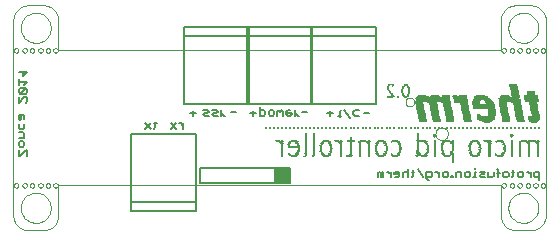
<source format=gbo>
G75*
%MOIN*%
%OFA0B0*%
%FSLAX24Y24*%
%IPPOS*%
%LPD*%
%AMOC8*
5,1,8,0,0,1.08239X$1,22.5*
%
%ADD10C,0.0000*%
%ADD11C,0.0050*%
%ADD12R,0.0080X0.0020*%
%ADD13R,0.0120X0.0020*%
%ADD14R,0.0060X0.0020*%
%ADD15R,0.0140X0.0020*%
%ADD16R,0.0100X0.0020*%
%ADD17R,0.0220X0.0020*%
%ADD18R,0.0200X0.0020*%
%ADD19R,0.0180X0.0020*%
%ADD20R,0.0260X0.0020*%
%ADD21R,0.0240X0.0020*%
%ADD22R,0.0160X0.0020*%
%ADD23R,0.0020X0.0020*%
%ADD24R,0.0040X0.0020*%
%ADD25R,0.0420X0.0020*%
%ADD26R,0.0660X0.0020*%
%ADD27R,0.0360X0.0020*%
%ADD28R,0.0340X0.0020*%
%ADD29R,0.0380X0.0020*%
%ADD30R,0.0280X0.0020*%
%ADD31R,0.0320X0.0020*%
%ADD32R,0.0300X0.0020*%
%ADD33R,0.0400X0.0020*%
%ADD34R,0.0480X0.0020*%
%ADD35R,0.0520X0.0020*%
%ADD36R,0.0580X0.0020*%
%ADD37R,0.0620X0.0020*%
%ADD38R,0.0600X0.0020*%
%ADD39R,0.0760X0.0020*%
%ADD40R,0.0740X0.0020*%
%ADD41R,0.0460X0.0020*%
%ADD42R,0.0440X0.0020*%
%ADD43R,0.0720X0.0020*%
%ADD44R,0.1160X0.0020*%
%ADD45R,0.0700X0.0020*%
%ADD46R,0.0560X0.0020*%
%ADD47R,0.1140X0.0020*%
%ADD48R,0.0680X0.0020*%
%ADD49R,0.1120X0.0020*%
D10*
X004943Y002893D02*
X005443Y002893D01*
X005487Y002895D01*
X005530Y002901D01*
X005572Y002910D01*
X005614Y002923D01*
X005654Y002940D01*
X005693Y002960D01*
X005730Y002983D01*
X005764Y003010D01*
X005797Y003039D01*
X005826Y003072D01*
X005853Y003106D01*
X005876Y003143D01*
X005896Y003182D01*
X005913Y003222D01*
X005926Y003264D01*
X005935Y003306D01*
X005941Y003349D01*
X005943Y003393D01*
X005943Y004393D01*
X020693Y004393D01*
X020693Y003393D01*
X020695Y003349D01*
X020701Y003306D01*
X020710Y003264D01*
X020723Y003222D01*
X020740Y003182D01*
X020760Y003143D01*
X020783Y003106D01*
X020810Y003072D01*
X020839Y003039D01*
X020872Y003010D01*
X020906Y002983D01*
X020943Y002960D01*
X020982Y002940D01*
X021022Y002923D01*
X021064Y002910D01*
X021106Y002901D01*
X021149Y002895D01*
X021193Y002893D01*
X021693Y002893D01*
X021737Y002895D01*
X021780Y002901D01*
X021822Y002910D01*
X021864Y002923D01*
X021904Y002940D01*
X021943Y002960D01*
X021980Y002983D01*
X022014Y003010D01*
X022047Y003039D01*
X022076Y003072D01*
X022103Y003106D01*
X022126Y003143D01*
X022146Y003182D01*
X022163Y003222D01*
X022176Y003264D01*
X022185Y003306D01*
X022191Y003349D01*
X022193Y003393D01*
X022193Y009893D01*
X022191Y009937D01*
X022185Y009980D01*
X022176Y010022D01*
X022163Y010064D01*
X022146Y010104D01*
X022126Y010143D01*
X022103Y010180D01*
X022076Y010214D01*
X022047Y010247D01*
X022014Y010276D01*
X021980Y010303D01*
X021943Y010326D01*
X021904Y010346D01*
X021864Y010363D01*
X021822Y010376D01*
X021780Y010385D01*
X021737Y010391D01*
X021693Y010393D01*
X021193Y010393D01*
X021149Y010391D01*
X021106Y010385D01*
X021064Y010376D01*
X021022Y010363D01*
X020982Y010346D01*
X020943Y010326D01*
X020906Y010303D01*
X020872Y010276D01*
X020839Y010247D01*
X020810Y010214D01*
X020783Y010180D01*
X020760Y010143D01*
X020740Y010104D01*
X020723Y010064D01*
X020710Y010022D01*
X020701Y009980D01*
X020695Y009937D01*
X020693Y009893D01*
X020693Y008893D01*
X005943Y008893D01*
X005943Y009893D01*
X005941Y009937D01*
X005935Y009980D01*
X005926Y010022D01*
X005913Y010064D01*
X005896Y010104D01*
X005876Y010143D01*
X005853Y010180D01*
X005826Y010214D01*
X005797Y010247D01*
X005764Y010276D01*
X005730Y010303D01*
X005693Y010326D01*
X005654Y010346D01*
X005614Y010363D01*
X005572Y010376D01*
X005530Y010385D01*
X005487Y010391D01*
X005443Y010393D01*
X004943Y010393D01*
X004899Y010391D01*
X004856Y010385D01*
X004814Y010376D01*
X004772Y010363D01*
X004732Y010346D01*
X004693Y010326D01*
X004656Y010303D01*
X004622Y010276D01*
X004589Y010247D01*
X004560Y010214D01*
X004533Y010180D01*
X004510Y010143D01*
X004490Y010104D01*
X004473Y010064D01*
X004460Y010022D01*
X004451Y009980D01*
X004445Y009937D01*
X004443Y009893D01*
X004443Y003393D01*
X004445Y003349D01*
X004451Y003306D01*
X004460Y003264D01*
X004473Y003222D01*
X004490Y003182D01*
X004510Y003143D01*
X004533Y003106D01*
X004560Y003072D01*
X004589Y003039D01*
X004622Y003010D01*
X004656Y002983D01*
X004693Y002960D01*
X004732Y002940D01*
X004772Y002923D01*
X004814Y002910D01*
X004856Y002901D01*
X004899Y002895D01*
X004943Y002893D01*
X004693Y003643D02*
X004695Y003687D01*
X004701Y003731D01*
X004711Y003774D01*
X004724Y003816D01*
X004741Y003857D01*
X004762Y003896D01*
X004786Y003933D01*
X004813Y003968D01*
X004843Y004000D01*
X004876Y004030D01*
X004912Y004056D01*
X004949Y004080D01*
X004989Y004099D01*
X005030Y004116D01*
X005073Y004128D01*
X005116Y004137D01*
X005160Y004142D01*
X005204Y004143D01*
X005248Y004140D01*
X005292Y004133D01*
X005335Y004122D01*
X005377Y004108D01*
X005417Y004090D01*
X005456Y004068D01*
X005492Y004044D01*
X005526Y004016D01*
X005558Y003985D01*
X005587Y003951D01*
X005613Y003915D01*
X005635Y003877D01*
X005654Y003837D01*
X005669Y003795D01*
X005681Y003753D01*
X005689Y003709D01*
X005693Y003665D01*
X005693Y003621D01*
X005689Y003577D01*
X005681Y003533D01*
X005669Y003491D01*
X005654Y003449D01*
X005635Y003409D01*
X005613Y003371D01*
X005587Y003335D01*
X005558Y003301D01*
X005526Y003270D01*
X005492Y003242D01*
X005456Y003218D01*
X005417Y003196D01*
X005377Y003178D01*
X005335Y003164D01*
X005292Y003153D01*
X005248Y003146D01*
X005204Y003143D01*
X005160Y003144D01*
X005116Y003149D01*
X005073Y003158D01*
X005030Y003170D01*
X004989Y003187D01*
X004949Y003206D01*
X004912Y003230D01*
X004876Y003256D01*
X004843Y003286D01*
X004813Y003318D01*
X004786Y003353D01*
X004762Y003390D01*
X004741Y003429D01*
X004724Y003470D01*
X004711Y003512D01*
X004701Y003555D01*
X004695Y003599D01*
X004693Y003643D01*
X004743Y004393D02*
X004745Y004410D01*
X004750Y004426D01*
X004759Y004440D01*
X004771Y004452D01*
X004785Y004461D01*
X004801Y004466D01*
X004818Y004468D01*
X004835Y004466D01*
X004851Y004461D01*
X004865Y004452D01*
X004877Y004440D01*
X004886Y004426D01*
X004891Y004410D01*
X004893Y004393D01*
X004891Y004376D01*
X004886Y004360D01*
X004877Y004346D01*
X004865Y004334D01*
X004851Y004325D01*
X004835Y004320D01*
X004818Y004318D01*
X004801Y004320D01*
X004785Y004325D01*
X004771Y004334D01*
X004759Y004346D01*
X004750Y004360D01*
X004745Y004376D01*
X004743Y004393D01*
X004462Y004393D02*
X004464Y004410D01*
X004469Y004426D01*
X004478Y004440D01*
X004490Y004452D01*
X004504Y004461D01*
X004520Y004466D01*
X004537Y004468D01*
X004554Y004466D01*
X004570Y004461D01*
X004584Y004452D01*
X004596Y004440D01*
X004605Y004426D01*
X004610Y004410D01*
X004612Y004393D01*
X004610Y004376D01*
X004605Y004360D01*
X004596Y004346D01*
X004584Y004334D01*
X004570Y004325D01*
X004554Y004320D01*
X004537Y004318D01*
X004520Y004320D01*
X004504Y004325D01*
X004490Y004334D01*
X004478Y004346D01*
X004469Y004360D01*
X004464Y004376D01*
X004462Y004393D01*
X004993Y004393D02*
X004995Y004410D01*
X005000Y004426D01*
X005009Y004440D01*
X005021Y004452D01*
X005035Y004461D01*
X005051Y004466D01*
X005068Y004468D01*
X005085Y004466D01*
X005101Y004461D01*
X005115Y004452D01*
X005127Y004440D01*
X005136Y004426D01*
X005141Y004410D01*
X005143Y004393D01*
X005141Y004376D01*
X005136Y004360D01*
X005127Y004346D01*
X005115Y004334D01*
X005101Y004325D01*
X005085Y004320D01*
X005068Y004318D01*
X005051Y004320D01*
X005035Y004325D01*
X005021Y004334D01*
X005009Y004346D01*
X005000Y004360D01*
X004995Y004376D01*
X004993Y004393D01*
X005274Y004393D02*
X005276Y004410D01*
X005281Y004426D01*
X005290Y004440D01*
X005302Y004452D01*
X005316Y004461D01*
X005332Y004466D01*
X005349Y004468D01*
X005366Y004466D01*
X005382Y004461D01*
X005396Y004452D01*
X005408Y004440D01*
X005417Y004426D01*
X005422Y004410D01*
X005424Y004393D01*
X005422Y004376D01*
X005417Y004360D01*
X005408Y004346D01*
X005396Y004334D01*
X005382Y004325D01*
X005366Y004320D01*
X005349Y004318D01*
X005332Y004320D01*
X005316Y004325D01*
X005302Y004334D01*
X005290Y004346D01*
X005281Y004360D01*
X005276Y004376D01*
X005274Y004393D01*
X005524Y004393D02*
X005526Y004410D01*
X005531Y004426D01*
X005540Y004440D01*
X005552Y004452D01*
X005566Y004461D01*
X005582Y004466D01*
X005599Y004468D01*
X005616Y004466D01*
X005632Y004461D01*
X005646Y004452D01*
X005658Y004440D01*
X005667Y004426D01*
X005672Y004410D01*
X005674Y004393D01*
X005672Y004376D01*
X005667Y004360D01*
X005658Y004346D01*
X005646Y004334D01*
X005632Y004325D01*
X005616Y004320D01*
X005599Y004318D01*
X005582Y004320D01*
X005566Y004325D01*
X005552Y004334D01*
X005540Y004346D01*
X005531Y004360D01*
X005526Y004376D01*
X005524Y004393D01*
X005774Y004393D02*
X005776Y004410D01*
X005781Y004426D01*
X005790Y004440D01*
X005802Y004452D01*
X005816Y004461D01*
X005832Y004466D01*
X005849Y004468D01*
X005866Y004466D01*
X005882Y004461D01*
X005896Y004452D01*
X005908Y004440D01*
X005917Y004426D01*
X005922Y004410D01*
X005924Y004393D01*
X005922Y004376D01*
X005917Y004360D01*
X005908Y004346D01*
X005896Y004334D01*
X005882Y004325D01*
X005866Y004320D01*
X005849Y004318D01*
X005832Y004320D01*
X005816Y004325D01*
X005802Y004334D01*
X005790Y004346D01*
X005781Y004360D01*
X005776Y004376D01*
X005774Y004393D01*
X005774Y008893D02*
X005776Y008910D01*
X005781Y008926D01*
X005790Y008940D01*
X005802Y008952D01*
X005816Y008961D01*
X005832Y008966D01*
X005849Y008968D01*
X005866Y008966D01*
X005882Y008961D01*
X005896Y008952D01*
X005908Y008940D01*
X005917Y008926D01*
X005922Y008910D01*
X005924Y008893D01*
X005922Y008876D01*
X005917Y008860D01*
X005908Y008846D01*
X005896Y008834D01*
X005882Y008825D01*
X005866Y008820D01*
X005849Y008818D01*
X005832Y008820D01*
X005816Y008825D01*
X005802Y008834D01*
X005790Y008846D01*
X005781Y008860D01*
X005776Y008876D01*
X005774Y008893D01*
X005524Y008893D02*
X005526Y008910D01*
X005531Y008926D01*
X005540Y008940D01*
X005552Y008952D01*
X005566Y008961D01*
X005582Y008966D01*
X005599Y008968D01*
X005616Y008966D01*
X005632Y008961D01*
X005646Y008952D01*
X005658Y008940D01*
X005667Y008926D01*
X005672Y008910D01*
X005674Y008893D01*
X005672Y008876D01*
X005667Y008860D01*
X005658Y008846D01*
X005646Y008834D01*
X005632Y008825D01*
X005616Y008820D01*
X005599Y008818D01*
X005582Y008820D01*
X005566Y008825D01*
X005552Y008834D01*
X005540Y008846D01*
X005531Y008860D01*
X005526Y008876D01*
X005524Y008893D01*
X005274Y008893D02*
X005276Y008910D01*
X005281Y008926D01*
X005290Y008940D01*
X005302Y008952D01*
X005316Y008961D01*
X005332Y008966D01*
X005349Y008968D01*
X005366Y008966D01*
X005382Y008961D01*
X005396Y008952D01*
X005408Y008940D01*
X005417Y008926D01*
X005422Y008910D01*
X005424Y008893D01*
X005422Y008876D01*
X005417Y008860D01*
X005408Y008846D01*
X005396Y008834D01*
X005382Y008825D01*
X005366Y008820D01*
X005349Y008818D01*
X005332Y008820D01*
X005316Y008825D01*
X005302Y008834D01*
X005290Y008846D01*
X005281Y008860D01*
X005276Y008876D01*
X005274Y008893D01*
X004993Y008893D02*
X004995Y008910D01*
X005000Y008926D01*
X005009Y008940D01*
X005021Y008952D01*
X005035Y008961D01*
X005051Y008966D01*
X005068Y008968D01*
X005085Y008966D01*
X005101Y008961D01*
X005115Y008952D01*
X005127Y008940D01*
X005136Y008926D01*
X005141Y008910D01*
X005143Y008893D01*
X005141Y008876D01*
X005136Y008860D01*
X005127Y008846D01*
X005115Y008834D01*
X005101Y008825D01*
X005085Y008820D01*
X005068Y008818D01*
X005051Y008820D01*
X005035Y008825D01*
X005021Y008834D01*
X005009Y008846D01*
X005000Y008860D01*
X004995Y008876D01*
X004993Y008893D01*
X004743Y008893D02*
X004745Y008910D01*
X004750Y008926D01*
X004759Y008940D01*
X004771Y008952D01*
X004785Y008961D01*
X004801Y008966D01*
X004818Y008968D01*
X004835Y008966D01*
X004851Y008961D01*
X004865Y008952D01*
X004877Y008940D01*
X004886Y008926D01*
X004891Y008910D01*
X004893Y008893D01*
X004891Y008876D01*
X004886Y008860D01*
X004877Y008846D01*
X004865Y008834D01*
X004851Y008825D01*
X004835Y008820D01*
X004818Y008818D01*
X004801Y008820D01*
X004785Y008825D01*
X004771Y008834D01*
X004759Y008846D01*
X004750Y008860D01*
X004745Y008876D01*
X004743Y008893D01*
X004462Y008893D02*
X004464Y008910D01*
X004469Y008926D01*
X004478Y008940D01*
X004490Y008952D01*
X004504Y008961D01*
X004520Y008966D01*
X004537Y008968D01*
X004554Y008966D01*
X004570Y008961D01*
X004584Y008952D01*
X004596Y008940D01*
X004605Y008926D01*
X004610Y008910D01*
X004612Y008893D01*
X004610Y008876D01*
X004605Y008860D01*
X004596Y008846D01*
X004584Y008834D01*
X004570Y008825D01*
X004554Y008820D01*
X004537Y008818D01*
X004520Y008820D01*
X004504Y008825D01*
X004490Y008834D01*
X004478Y008846D01*
X004469Y008860D01*
X004464Y008876D01*
X004462Y008893D01*
X004693Y009643D02*
X004695Y009687D01*
X004701Y009731D01*
X004711Y009774D01*
X004724Y009816D01*
X004741Y009857D01*
X004762Y009896D01*
X004786Y009933D01*
X004813Y009968D01*
X004843Y010000D01*
X004876Y010030D01*
X004912Y010056D01*
X004949Y010080D01*
X004989Y010099D01*
X005030Y010116D01*
X005073Y010128D01*
X005116Y010137D01*
X005160Y010142D01*
X005204Y010143D01*
X005248Y010140D01*
X005292Y010133D01*
X005335Y010122D01*
X005377Y010108D01*
X005417Y010090D01*
X005456Y010068D01*
X005492Y010044D01*
X005526Y010016D01*
X005558Y009985D01*
X005587Y009951D01*
X005613Y009915D01*
X005635Y009877D01*
X005654Y009837D01*
X005669Y009795D01*
X005681Y009753D01*
X005689Y009709D01*
X005693Y009665D01*
X005693Y009621D01*
X005689Y009577D01*
X005681Y009533D01*
X005669Y009491D01*
X005654Y009449D01*
X005635Y009409D01*
X005613Y009371D01*
X005587Y009335D01*
X005558Y009301D01*
X005526Y009270D01*
X005492Y009242D01*
X005456Y009218D01*
X005417Y009196D01*
X005377Y009178D01*
X005335Y009164D01*
X005292Y009153D01*
X005248Y009146D01*
X005204Y009143D01*
X005160Y009144D01*
X005116Y009149D01*
X005073Y009158D01*
X005030Y009170D01*
X004989Y009187D01*
X004949Y009206D01*
X004912Y009230D01*
X004876Y009256D01*
X004843Y009286D01*
X004813Y009318D01*
X004786Y009353D01*
X004762Y009390D01*
X004741Y009429D01*
X004724Y009470D01*
X004711Y009512D01*
X004701Y009555D01*
X004695Y009599D01*
X004693Y009643D01*
X017516Y007172D02*
X017518Y007196D01*
X017524Y007219D01*
X017533Y007241D01*
X017546Y007261D01*
X017561Y007279D01*
X017580Y007294D01*
X017601Y007306D01*
X017623Y007314D01*
X017646Y007319D01*
X017670Y007320D01*
X017694Y007317D01*
X017716Y007310D01*
X017738Y007300D01*
X017758Y007287D01*
X017775Y007270D01*
X017789Y007251D01*
X017800Y007230D01*
X017808Y007207D01*
X017812Y007184D01*
X017812Y007160D01*
X017808Y007137D01*
X017800Y007114D01*
X017789Y007093D01*
X017775Y007074D01*
X017758Y007057D01*
X017738Y007044D01*
X017716Y007034D01*
X017694Y007027D01*
X017670Y007024D01*
X017646Y007025D01*
X017623Y007030D01*
X017601Y007038D01*
X017580Y007050D01*
X017561Y007065D01*
X017546Y007083D01*
X017533Y007103D01*
X017524Y007125D01*
X017518Y007148D01*
X017516Y007172D01*
X018515Y006114D02*
X018517Y006142D01*
X018523Y006170D01*
X018532Y006196D01*
X018545Y006222D01*
X018561Y006245D01*
X018581Y006265D01*
X018603Y006283D01*
X018627Y006298D01*
X018653Y006309D01*
X018680Y006317D01*
X018708Y006321D01*
X018736Y006321D01*
X018764Y006317D01*
X018791Y006309D01*
X018817Y006298D01*
X018841Y006283D01*
X018863Y006265D01*
X018883Y006245D01*
X018899Y006222D01*
X018912Y006196D01*
X018921Y006170D01*
X018927Y006142D01*
X018929Y006114D01*
X018927Y006086D01*
X018921Y006058D01*
X018912Y006032D01*
X018899Y006006D01*
X018883Y005983D01*
X018863Y005963D01*
X018841Y005945D01*
X018817Y005930D01*
X018791Y005919D01*
X018764Y005911D01*
X018736Y005907D01*
X018708Y005907D01*
X018680Y005911D01*
X018653Y005919D01*
X018627Y005930D01*
X018603Y005945D01*
X018581Y005963D01*
X018561Y005983D01*
X018545Y006006D01*
X018532Y006032D01*
X018523Y006058D01*
X018517Y006086D01*
X018515Y006114D01*
X020712Y004393D02*
X020714Y004410D01*
X020719Y004426D01*
X020728Y004440D01*
X020740Y004452D01*
X020754Y004461D01*
X020770Y004466D01*
X020787Y004468D01*
X020804Y004466D01*
X020820Y004461D01*
X020834Y004452D01*
X020846Y004440D01*
X020855Y004426D01*
X020860Y004410D01*
X020862Y004393D01*
X020860Y004376D01*
X020855Y004360D01*
X020846Y004346D01*
X020834Y004334D01*
X020820Y004325D01*
X020804Y004320D01*
X020787Y004318D01*
X020770Y004320D01*
X020754Y004325D01*
X020740Y004334D01*
X020728Y004346D01*
X020719Y004360D01*
X020714Y004376D01*
X020712Y004393D01*
X020993Y004393D02*
X020995Y004410D01*
X021000Y004426D01*
X021009Y004440D01*
X021021Y004452D01*
X021035Y004461D01*
X021051Y004466D01*
X021068Y004468D01*
X021085Y004466D01*
X021101Y004461D01*
X021115Y004452D01*
X021127Y004440D01*
X021136Y004426D01*
X021141Y004410D01*
X021143Y004393D01*
X021141Y004376D01*
X021136Y004360D01*
X021127Y004346D01*
X021115Y004334D01*
X021101Y004325D01*
X021085Y004320D01*
X021068Y004318D01*
X021051Y004320D01*
X021035Y004325D01*
X021021Y004334D01*
X021009Y004346D01*
X021000Y004360D01*
X020995Y004376D01*
X020993Y004393D01*
X021243Y004393D02*
X021245Y004410D01*
X021250Y004426D01*
X021259Y004440D01*
X021271Y004452D01*
X021285Y004461D01*
X021301Y004466D01*
X021318Y004468D01*
X021335Y004466D01*
X021351Y004461D01*
X021365Y004452D01*
X021377Y004440D01*
X021386Y004426D01*
X021391Y004410D01*
X021393Y004393D01*
X021391Y004376D01*
X021386Y004360D01*
X021377Y004346D01*
X021365Y004334D01*
X021351Y004325D01*
X021335Y004320D01*
X021318Y004318D01*
X021301Y004320D01*
X021285Y004325D01*
X021271Y004334D01*
X021259Y004346D01*
X021250Y004360D01*
X021245Y004376D01*
X021243Y004393D01*
X021524Y004393D02*
X021526Y004410D01*
X021531Y004426D01*
X021540Y004440D01*
X021552Y004452D01*
X021566Y004461D01*
X021582Y004466D01*
X021599Y004468D01*
X021616Y004466D01*
X021632Y004461D01*
X021646Y004452D01*
X021658Y004440D01*
X021667Y004426D01*
X021672Y004410D01*
X021674Y004393D01*
X021672Y004376D01*
X021667Y004360D01*
X021658Y004346D01*
X021646Y004334D01*
X021632Y004325D01*
X021616Y004320D01*
X021599Y004318D01*
X021582Y004320D01*
X021566Y004325D01*
X021552Y004334D01*
X021540Y004346D01*
X021531Y004360D01*
X021526Y004376D01*
X021524Y004393D01*
X021774Y004393D02*
X021776Y004410D01*
X021781Y004426D01*
X021790Y004440D01*
X021802Y004452D01*
X021816Y004461D01*
X021832Y004466D01*
X021849Y004468D01*
X021866Y004466D01*
X021882Y004461D01*
X021896Y004452D01*
X021908Y004440D01*
X021917Y004426D01*
X021922Y004410D01*
X021924Y004393D01*
X021922Y004376D01*
X021917Y004360D01*
X021908Y004346D01*
X021896Y004334D01*
X021882Y004325D01*
X021866Y004320D01*
X021849Y004318D01*
X021832Y004320D01*
X021816Y004325D01*
X021802Y004334D01*
X021790Y004346D01*
X021781Y004360D01*
X021776Y004376D01*
X021774Y004393D01*
X022024Y004393D02*
X022026Y004410D01*
X022031Y004426D01*
X022040Y004440D01*
X022052Y004452D01*
X022066Y004461D01*
X022082Y004466D01*
X022099Y004468D01*
X022116Y004466D01*
X022132Y004461D01*
X022146Y004452D01*
X022158Y004440D01*
X022167Y004426D01*
X022172Y004410D01*
X022174Y004393D01*
X022172Y004376D01*
X022167Y004360D01*
X022158Y004346D01*
X022146Y004334D01*
X022132Y004325D01*
X022116Y004320D01*
X022099Y004318D01*
X022082Y004320D01*
X022066Y004325D01*
X022052Y004334D01*
X022040Y004346D01*
X022031Y004360D01*
X022026Y004376D01*
X022024Y004393D01*
X020943Y003643D02*
X020945Y003687D01*
X020951Y003731D01*
X020961Y003774D01*
X020974Y003816D01*
X020991Y003857D01*
X021012Y003896D01*
X021036Y003933D01*
X021063Y003968D01*
X021093Y004000D01*
X021126Y004030D01*
X021162Y004056D01*
X021199Y004080D01*
X021239Y004099D01*
X021280Y004116D01*
X021323Y004128D01*
X021366Y004137D01*
X021410Y004142D01*
X021454Y004143D01*
X021498Y004140D01*
X021542Y004133D01*
X021585Y004122D01*
X021627Y004108D01*
X021667Y004090D01*
X021706Y004068D01*
X021742Y004044D01*
X021776Y004016D01*
X021808Y003985D01*
X021837Y003951D01*
X021863Y003915D01*
X021885Y003877D01*
X021904Y003837D01*
X021919Y003795D01*
X021931Y003753D01*
X021939Y003709D01*
X021943Y003665D01*
X021943Y003621D01*
X021939Y003577D01*
X021931Y003533D01*
X021919Y003491D01*
X021904Y003449D01*
X021885Y003409D01*
X021863Y003371D01*
X021837Y003335D01*
X021808Y003301D01*
X021776Y003270D01*
X021742Y003242D01*
X021706Y003218D01*
X021667Y003196D01*
X021627Y003178D01*
X021585Y003164D01*
X021542Y003153D01*
X021498Y003146D01*
X021454Y003143D01*
X021410Y003144D01*
X021366Y003149D01*
X021323Y003158D01*
X021280Y003170D01*
X021239Y003187D01*
X021199Y003206D01*
X021162Y003230D01*
X021126Y003256D01*
X021093Y003286D01*
X021063Y003318D01*
X021036Y003353D01*
X021012Y003390D01*
X020991Y003429D01*
X020974Y003470D01*
X020961Y003512D01*
X020951Y003555D01*
X020945Y003599D01*
X020943Y003643D01*
X020993Y008893D02*
X020995Y008910D01*
X021000Y008926D01*
X021009Y008940D01*
X021021Y008952D01*
X021035Y008961D01*
X021051Y008966D01*
X021068Y008968D01*
X021085Y008966D01*
X021101Y008961D01*
X021115Y008952D01*
X021127Y008940D01*
X021136Y008926D01*
X021141Y008910D01*
X021143Y008893D01*
X021141Y008876D01*
X021136Y008860D01*
X021127Y008846D01*
X021115Y008834D01*
X021101Y008825D01*
X021085Y008820D01*
X021068Y008818D01*
X021051Y008820D01*
X021035Y008825D01*
X021021Y008834D01*
X021009Y008846D01*
X021000Y008860D01*
X020995Y008876D01*
X020993Y008893D01*
X020712Y008893D02*
X020714Y008910D01*
X020719Y008926D01*
X020728Y008940D01*
X020740Y008952D01*
X020754Y008961D01*
X020770Y008966D01*
X020787Y008968D01*
X020804Y008966D01*
X020820Y008961D01*
X020834Y008952D01*
X020846Y008940D01*
X020855Y008926D01*
X020860Y008910D01*
X020862Y008893D01*
X020860Y008876D01*
X020855Y008860D01*
X020846Y008846D01*
X020834Y008834D01*
X020820Y008825D01*
X020804Y008820D01*
X020787Y008818D01*
X020770Y008820D01*
X020754Y008825D01*
X020740Y008834D01*
X020728Y008846D01*
X020719Y008860D01*
X020714Y008876D01*
X020712Y008893D01*
X021243Y008893D02*
X021245Y008910D01*
X021250Y008926D01*
X021259Y008940D01*
X021271Y008952D01*
X021285Y008961D01*
X021301Y008966D01*
X021318Y008968D01*
X021335Y008966D01*
X021351Y008961D01*
X021365Y008952D01*
X021377Y008940D01*
X021386Y008926D01*
X021391Y008910D01*
X021393Y008893D01*
X021391Y008876D01*
X021386Y008860D01*
X021377Y008846D01*
X021365Y008834D01*
X021351Y008825D01*
X021335Y008820D01*
X021318Y008818D01*
X021301Y008820D01*
X021285Y008825D01*
X021271Y008834D01*
X021259Y008846D01*
X021250Y008860D01*
X021245Y008876D01*
X021243Y008893D01*
X021524Y008893D02*
X021526Y008910D01*
X021531Y008926D01*
X021540Y008940D01*
X021552Y008952D01*
X021566Y008961D01*
X021582Y008966D01*
X021599Y008968D01*
X021616Y008966D01*
X021632Y008961D01*
X021646Y008952D01*
X021658Y008940D01*
X021667Y008926D01*
X021672Y008910D01*
X021674Y008893D01*
X021672Y008876D01*
X021667Y008860D01*
X021658Y008846D01*
X021646Y008834D01*
X021632Y008825D01*
X021616Y008820D01*
X021599Y008818D01*
X021582Y008820D01*
X021566Y008825D01*
X021552Y008834D01*
X021540Y008846D01*
X021531Y008860D01*
X021526Y008876D01*
X021524Y008893D01*
X021774Y008893D02*
X021776Y008910D01*
X021781Y008926D01*
X021790Y008940D01*
X021802Y008952D01*
X021816Y008961D01*
X021832Y008966D01*
X021849Y008968D01*
X021866Y008966D01*
X021882Y008961D01*
X021896Y008952D01*
X021908Y008940D01*
X021917Y008926D01*
X021922Y008910D01*
X021924Y008893D01*
X021922Y008876D01*
X021917Y008860D01*
X021908Y008846D01*
X021896Y008834D01*
X021882Y008825D01*
X021866Y008820D01*
X021849Y008818D01*
X021832Y008820D01*
X021816Y008825D01*
X021802Y008834D01*
X021790Y008846D01*
X021781Y008860D01*
X021776Y008876D01*
X021774Y008893D01*
X022024Y008893D02*
X022026Y008910D01*
X022031Y008926D01*
X022040Y008940D01*
X022052Y008952D01*
X022066Y008961D01*
X022082Y008966D01*
X022099Y008968D01*
X022116Y008966D01*
X022132Y008961D01*
X022146Y008952D01*
X022158Y008940D01*
X022167Y008926D01*
X022172Y008910D01*
X022174Y008893D01*
X022172Y008876D01*
X022167Y008860D01*
X022158Y008846D01*
X022146Y008834D01*
X022132Y008825D01*
X022116Y008820D01*
X022099Y008818D01*
X022082Y008820D01*
X022066Y008825D01*
X022052Y008834D01*
X022040Y008846D01*
X022031Y008860D01*
X022026Y008876D01*
X022024Y008893D01*
X020943Y009643D02*
X020945Y009687D01*
X020951Y009731D01*
X020961Y009774D01*
X020974Y009816D01*
X020991Y009857D01*
X021012Y009896D01*
X021036Y009933D01*
X021063Y009968D01*
X021093Y010000D01*
X021126Y010030D01*
X021162Y010056D01*
X021199Y010080D01*
X021239Y010099D01*
X021280Y010116D01*
X021323Y010128D01*
X021366Y010137D01*
X021410Y010142D01*
X021454Y010143D01*
X021498Y010140D01*
X021542Y010133D01*
X021585Y010122D01*
X021627Y010108D01*
X021667Y010090D01*
X021706Y010068D01*
X021742Y010044D01*
X021776Y010016D01*
X021808Y009985D01*
X021837Y009951D01*
X021863Y009915D01*
X021885Y009877D01*
X021904Y009837D01*
X021919Y009795D01*
X021931Y009753D01*
X021939Y009709D01*
X021943Y009665D01*
X021943Y009621D01*
X021939Y009577D01*
X021931Y009533D01*
X021919Y009491D01*
X021904Y009449D01*
X021885Y009409D01*
X021863Y009371D01*
X021837Y009335D01*
X021808Y009301D01*
X021776Y009270D01*
X021742Y009242D01*
X021706Y009218D01*
X021667Y009196D01*
X021627Y009178D01*
X021585Y009164D01*
X021542Y009153D01*
X021498Y009146D01*
X021454Y009143D01*
X021410Y009144D01*
X021366Y009149D01*
X021323Y009158D01*
X021280Y009170D01*
X021239Y009187D01*
X021199Y009206D01*
X021162Y009230D01*
X021126Y009256D01*
X021093Y009286D01*
X021063Y009318D01*
X021036Y009353D01*
X021012Y009390D01*
X020991Y009429D01*
X020974Y009470D01*
X020961Y009512D01*
X020951Y009555D01*
X020945Y009599D01*
X020943Y009643D01*
D11*
X016533Y009673D02*
X016533Y009378D01*
X014368Y009378D01*
X014368Y007114D01*
X016533Y007114D01*
X016533Y009378D01*
X016533Y009673D02*
X014368Y009673D01*
X014368Y009378D01*
X014408Y009378D02*
X012243Y009378D01*
X012243Y007114D01*
X014408Y007114D01*
X014408Y009378D01*
X014408Y009673D01*
X012243Y009673D01*
X012243Y009378D01*
X012283Y009378D02*
X010118Y009378D01*
X010118Y007114D01*
X012283Y007114D01*
X012283Y009378D01*
X012283Y009673D01*
X010118Y009673D01*
X010118Y009378D01*
X012655Y006990D02*
X012655Y006719D01*
X012790Y006719D01*
X012836Y006764D01*
X012836Y006855D01*
X012790Y006900D01*
X012655Y006900D01*
X012523Y006796D02*
X012343Y006796D01*
X012433Y006706D02*
X012433Y006886D01*
X012950Y006855D02*
X012950Y006764D01*
X012995Y006719D01*
X013085Y006719D01*
X013130Y006764D01*
X013130Y006855D01*
X013085Y006900D01*
X012995Y006900D01*
X012950Y006855D01*
X013245Y006855D02*
X013245Y006719D01*
X013245Y006855D02*
X013290Y006900D01*
X013335Y006855D01*
X013380Y006900D01*
X013425Y006855D01*
X013425Y006719D01*
X013539Y006764D02*
X013539Y006855D01*
X013584Y006900D01*
X013674Y006900D01*
X013719Y006809D02*
X013539Y006809D01*
X013539Y006764D02*
X013584Y006719D01*
X013674Y006719D01*
X013719Y006764D01*
X013719Y006809D01*
X013834Y006809D02*
X013924Y006719D01*
X013969Y006719D01*
X013834Y006719D02*
X013834Y006900D01*
X014062Y006827D02*
X014242Y006827D01*
X014905Y006796D02*
X015086Y006796D01*
X014995Y006706D02*
X014995Y006886D01*
X015280Y006719D02*
X015370Y006719D01*
X015325Y006674D02*
X015325Y006855D01*
X015370Y006900D01*
X015477Y006900D02*
X015657Y006629D01*
X015771Y006764D02*
X015771Y006855D01*
X015816Y006900D01*
X015952Y006900D01*
X015952Y006719D02*
X015816Y006719D01*
X015771Y006764D01*
X016124Y006796D02*
X016304Y006796D01*
X017610Y004939D02*
X017610Y004668D01*
X017716Y004668D02*
X017761Y004713D01*
X017761Y004893D01*
X017806Y004848D02*
X017716Y004848D01*
X017610Y004803D02*
X017565Y004848D01*
X017475Y004848D01*
X017430Y004803D01*
X017430Y004668D01*
X017315Y004713D02*
X017270Y004668D01*
X017180Y004668D01*
X017135Y004758D02*
X017315Y004758D01*
X017315Y004713D02*
X017315Y004803D01*
X017270Y004848D01*
X017180Y004848D01*
X017135Y004803D01*
X017135Y004758D01*
X017020Y004758D02*
X016930Y004848D01*
X016885Y004848D01*
X016775Y004848D02*
X016730Y004848D01*
X016685Y004803D01*
X016640Y004848D01*
X016595Y004803D01*
X016595Y004668D01*
X016685Y004668D02*
X016685Y004803D01*
X016775Y004848D02*
X016775Y004668D01*
X017020Y004668D02*
X017020Y004848D01*
X017921Y004939D02*
X018101Y004668D01*
X018215Y004668D02*
X018350Y004668D01*
X018395Y004713D01*
X018395Y004803D01*
X018350Y004848D01*
X018215Y004848D01*
X018215Y004623D01*
X018260Y004578D01*
X018305Y004578D01*
X018506Y004848D02*
X018551Y004848D01*
X018641Y004758D01*
X018641Y004668D02*
X018641Y004848D01*
X018755Y004803D02*
X018800Y004848D01*
X018891Y004848D01*
X018936Y004803D01*
X018936Y004713D01*
X018891Y004668D01*
X018800Y004668D01*
X018755Y004713D01*
X018755Y004803D01*
X019038Y004713D02*
X019038Y004668D01*
X019083Y004668D01*
X019083Y004713D01*
X019038Y004713D01*
X019197Y004668D02*
X019197Y004803D01*
X019242Y004848D01*
X019378Y004848D01*
X019378Y004668D01*
X019492Y004713D02*
X019492Y004803D01*
X019537Y004848D01*
X019627Y004848D01*
X019672Y004803D01*
X019672Y004713D01*
X019627Y004668D01*
X019537Y004668D01*
X019492Y004713D01*
X019779Y004668D02*
X019869Y004668D01*
X019824Y004668D02*
X019824Y004848D01*
X019869Y004848D01*
X019824Y004939D02*
X019824Y004984D01*
X019983Y004848D02*
X020118Y004848D01*
X020163Y004803D01*
X020118Y004758D01*
X020028Y004758D01*
X019983Y004713D01*
X020028Y004668D01*
X020163Y004668D01*
X020278Y004668D02*
X020278Y004848D01*
X020458Y004848D02*
X020458Y004713D01*
X020413Y004668D01*
X020278Y004668D01*
X020609Y004668D02*
X020609Y004893D01*
X020564Y004939D01*
X020564Y004803D02*
X020654Y004803D01*
X020769Y004803D02*
X020769Y004713D01*
X020814Y004668D01*
X020904Y004668D01*
X020949Y004713D01*
X020949Y004803D01*
X020904Y004848D01*
X020814Y004848D01*
X020769Y004803D01*
X021055Y004848D02*
X021146Y004848D01*
X021100Y004893D02*
X021100Y004713D01*
X021055Y004668D01*
X021260Y004713D02*
X021260Y004803D01*
X021305Y004848D01*
X021395Y004848D01*
X021440Y004803D01*
X021440Y004713D01*
X021395Y004668D01*
X021305Y004668D01*
X021260Y004713D01*
X021551Y004848D02*
X021596Y004848D01*
X021686Y004758D01*
X021686Y004668D02*
X021686Y004848D01*
X021800Y004803D02*
X021800Y004713D01*
X021845Y004668D01*
X021980Y004668D01*
X021980Y004578D02*
X021980Y004848D01*
X021845Y004848D01*
X021800Y004803D01*
X013662Y004785D02*
X013162Y004785D01*
X013162Y004833D02*
X013662Y004833D01*
X013662Y004882D02*
X013162Y004882D01*
X013162Y004930D02*
X013662Y004930D01*
X013662Y004979D02*
X013162Y004979D01*
X013162Y004987D02*
X013662Y004987D01*
X013662Y004487D01*
X013162Y004487D01*
X013162Y004987D01*
X013162Y004736D02*
X013662Y004736D01*
X013662Y004688D02*
X013162Y004688D01*
X013162Y004639D02*
X013662Y004639D01*
X013662Y004591D02*
X013162Y004591D01*
X013162Y004542D02*
X013662Y004542D01*
X013662Y004494D02*
X013162Y004494D01*
X013662Y004487D02*
X010662Y004487D01*
X010662Y004987D01*
X013662Y004987D01*
X013662Y004487D01*
X010518Y003847D02*
X010518Y006110D01*
X008352Y006110D01*
X008352Y003847D01*
X010518Y003847D01*
X010518Y003551D01*
X008352Y003551D01*
X008352Y003847D01*
X004894Y005387D02*
X004894Y005567D01*
X004849Y005567D01*
X004669Y005387D01*
X004624Y005387D01*
X004624Y005567D01*
X004669Y005682D02*
X004624Y005727D01*
X004624Y005817D01*
X004669Y005862D01*
X004759Y005862D01*
X004804Y005817D01*
X004804Y005727D01*
X004759Y005682D01*
X004669Y005682D01*
X004624Y005976D02*
X004804Y005976D01*
X004804Y006111D01*
X004759Y006157D01*
X004624Y006157D01*
X004669Y006271D02*
X004624Y006316D01*
X004624Y006451D01*
X004669Y006566D02*
X004624Y006611D01*
X004624Y006746D01*
X004759Y006746D01*
X004804Y006701D01*
X004804Y006611D01*
X004714Y006611D02*
X004714Y006746D01*
X004714Y006611D02*
X004669Y006566D01*
X004804Y006451D02*
X004804Y006316D01*
X004759Y006271D01*
X004669Y006271D01*
X004624Y007155D02*
X004804Y007335D01*
X004849Y007335D01*
X004894Y007290D01*
X004894Y007200D01*
X004849Y007155D01*
X004624Y007155D02*
X004624Y007335D01*
X004669Y007450D02*
X004624Y007495D01*
X004624Y007585D01*
X004669Y007630D01*
X004849Y007630D01*
X004669Y007450D01*
X004849Y007450D01*
X004894Y007495D01*
X004894Y007585D01*
X004849Y007630D01*
X004804Y007744D02*
X004894Y007834D01*
X004624Y007834D01*
X004624Y007744D02*
X004624Y007924D01*
X004759Y008039D02*
X004759Y008219D01*
X004624Y008174D02*
X004894Y008174D01*
X004759Y008039D01*
X008845Y006466D02*
X009025Y006286D01*
X009131Y006286D02*
X009176Y006331D01*
X009176Y006511D01*
X009221Y006466D02*
X009131Y006466D01*
X009025Y006466D02*
X008845Y006286D01*
X009689Y006286D02*
X009869Y006466D01*
X009979Y006466D02*
X010024Y006466D01*
X010114Y006376D01*
X010114Y006286D02*
X010114Y006466D01*
X009869Y006286D02*
X009689Y006466D01*
X010343Y006796D02*
X010523Y006796D01*
X010433Y006706D02*
X010433Y006886D01*
X010780Y006900D02*
X010915Y006900D01*
X010961Y006855D01*
X010915Y006809D01*
X010825Y006809D01*
X010780Y006764D01*
X010825Y006719D01*
X010961Y006719D01*
X011075Y006764D02*
X011120Y006719D01*
X011255Y006719D01*
X011210Y006809D02*
X011120Y006809D01*
X011075Y006764D01*
X011075Y006900D02*
X011210Y006900D01*
X011255Y006855D01*
X011210Y006809D01*
X011370Y006809D02*
X011460Y006719D01*
X011505Y006719D01*
X011370Y006719D02*
X011370Y006900D01*
X011687Y006827D02*
X011867Y006827D01*
D12*
X013404Y005863D03*
X013404Y005743D03*
X013404Y005723D03*
X013404Y005703D03*
X013404Y005683D03*
X013404Y005663D03*
X013404Y005643D03*
X013404Y005623D03*
X013404Y005603D03*
X013404Y005583D03*
X013404Y005563D03*
X013404Y005543D03*
X013404Y005523D03*
X013404Y005503D03*
X013404Y005483D03*
X013404Y005463D03*
X013404Y005443D03*
X013404Y005423D03*
X013404Y005403D03*
X013404Y005383D03*
X013404Y005363D03*
X013404Y005343D03*
X013924Y005443D03*
X013944Y005483D03*
X013964Y005543D03*
X013964Y005563D03*
X013964Y005583D03*
X013964Y005603D03*
X013964Y005623D03*
X013944Y005723D03*
X013944Y005743D03*
X013924Y005763D03*
X013644Y005763D03*
X013644Y005743D03*
X013624Y005703D03*
X014204Y005703D03*
X014204Y005683D03*
X014204Y005663D03*
X014204Y005643D03*
X014204Y005623D03*
X014204Y005603D03*
X014204Y005583D03*
X014204Y005563D03*
X014204Y005543D03*
X014204Y005523D03*
X014204Y005503D03*
X014204Y005483D03*
X014204Y005463D03*
X014204Y005443D03*
X014184Y005403D03*
X014184Y005383D03*
X014184Y005363D03*
X014444Y005363D03*
X014444Y005343D03*
X014464Y005403D03*
X014464Y005423D03*
X014464Y005443D03*
X014464Y005463D03*
X014464Y005483D03*
X014464Y005503D03*
X014464Y005523D03*
X014464Y005543D03*
X014464Y005563D03*
X014464Y005583D03*
X014464Y005603D03*
X014464Y005623D03*
X014464Y005643D03*
X014464Y005663D03*
X014464Y005683D03*
X014464Y005703D03*
X014464Y005723D03*
X014464Y005743D03*
X014464Y005763D03*
X014464Y005783D03*
X014464Y005803D03*
X014464Y005823D03*
X014464Y005843D03*
X014464Y005863D03*
X014464Y005883D03*
X014464Y005903D03*
X014464Y005923D03*
X014464Y005943D03*
X014464Y005963D03*
X014464Y005983D03*
X014464Y006003D03*
X014464Y006023D03*
X014464Y006043D03*
X014464Y006063D03*
X014464Y006083D03*
X014464Y006103D03*
X014204Y006103D03*
X014204Y006083D03*
X014204Y006063D03*
X014204Y006043D03*
X014204Y006023D03*
X014204Y006003D03*
X014204Y005983D03*
X014204Y005963D03*
X014204Y005943D03*
X014204Y005923D03*
X014204Y005903D03*
X014204Y005883D03*
X014204Y005863D03*
X014204Y005843D03*
X014204Y005823D03*
X014204Y005803D03*
X014204Y005783D03*
X014204Y005763D03*
X014204Y005743D03*
X014204Y005723D03*
X014704Y005683D03*
X014704Y005663D03*
X014704Y005643D03*
X014704Y005623D03*
X014704Y005603D03*
X014704Y005583D03*
X014704Y005563D03*
X014704Y005543D03*
X014704Y005523D03*
X014724Y005483D03*
X014724Y005463D03*
X014744Y005443D03*
X015024Y005463D03*
X015024Y005483D03*
X015044Y005523D03*
X015044Y005543D03*
X015044Y005563D03*
X015044Y005583D03*
X015044Y005623D03*
X015044Y005643D03*
X015044Y005663D03*
X015044Y005683D03*
X015024Y005743D03*
X014724Y005743D03*
X014724Y005723D03*
X015364Y005723D03*
X015364Y005703D03*
X015364Y005683D03*
X015364Y005663D03*
X015364Y005643D03*
X015364Y005623D03*
X015364Y005603D03*
X015364Y005583D03*
X015364Y005563D03*
X015364Y005543D03*
X015364Y005523D03*
X015364Y005503D03*
X015364Y005483D03*
X015364Y005463D03*
X015364Y005443D03*
X015364Y005423D03*
X015364Y005403D03*
X015364Y005383D03*
X015364Y005363D03*
X015364Y005343D03*
X015704Y005423D03*
X015704Y005443D03*
X015704Y005463D03*
X015704Y005483D03*
X015704Y005503D03*
X015704Y005523D03*
X015704Y005543D03*
X015704Y005563D03*
X015704Y005583D03*
X015704Y005603D03*
X015704Y005623D03*
X015704Y005643D03*
X015704Y005663D03*
X015704Y005683D03*
X015704Y005703D03*
X015704Y005723D03*
X015704Y005743D03*
X015704Y005763D03*
X015704Y005783D03*
X015704Y005803D03*
X015704Y005883D03*
X015704Y005903D03*
X015704Y005923D03*
X015704Y005943D03*
X015704Y005963D03*
X015364Y005863D03*
X015364Y005763D03*
X015364Y005743D03*
X015984Y005743D03*
X015984Y005723D03*
X015984Y005703D03*
X015984Y005683D03*
X015984Y005663D03*
X015984Y005643D03*
X015984Y005623D03*
X015984Y005603D03*
X015984Y005583D03*
X015984Y005563D03*
X015984Y005543D03*
X015984Y005523D03*
X015984Y005503D03*
X015984Y005483D03*
X015984Y005463D03*
X015984Y005443D03*
X015984Y005423D03*
X015984Y005403D03*
X015984Y005383D03*
X015984Y005363D03*
X015984Y005343D03*
X016304Y005343D03*
X016304Y005363D03*
X016304Y005383D03*
X016304Y005403D03*
X016304Y005423D03*
X016304Y005443D03*
X016304Y005463D03*
X016304Y005483D03*
X016304Y005503D03*
X016304Y005523D03*
X016304Y005543D03*
X016304Y005563D03*
X016304Y005583D03*
X016304Y005603D03*
X016304Y005623D03*
X016304Y005643D03*
X016304Y005663D03*
X016304Y005683D03*
X016304Y005703D03*
X016304Y005723D03*
X016304Y005743D03*
X016304Y005763D03*
X016304Y005863D03*
X016564Y005743D03*
X016564Y005723D03*
X016544Y005683D03*
X016544Y005663D03*
X016544Y005643D03*
X016544Y005623D03*
X016544Y005603D03*
X016544Y005583D03*
X016544Y005563D03*
X016544Y005543D03*
X016544Y005523D03*
X016564Y005483D03*
X016564Y005463D03*
X016864Y005463D03*
X016864Y005483D03*
X016884Y005523D03*
X016884Y005543D03*
X016884Y005563D03*
X016884Y005583D03*
X016884Y005603D03*
X016884Y005623D03*
X016884Y005643D03*
X016884Y005663D03*
X016884Y005683D03*
X016864Y005723D03*
X016864Y005743D03*
X017304Y005783D03*
X017324Y005763D03*
X017324Y005743D03*
X017344Y005703D03*
X017344Y005683D03*
X017344Y005663D03*
X017344Y005643D03*
X017344Y005563D03*
X017344Y005543D03*
X017344Y005523D03*
X017344Y005503D03*
X017324Y005463D03*
X017304Y005423D03*
X017904Y005343D03*
X017924Y005383D03*
X018244Y005443D03*
X018264Y005503D03*
X018264Y005523D03*
X018264Y005543D03*
X018264Y005603D03*
X018264Y005623D03*
X018264Y005643D03*
X018264Y005663D03*
X018264Y005683D03*
X018264Y005703D03*
X018244Y005723D03*
X018244Y005743D03*
X018224Y005783D03*
X018504Y005783D03*
X018504Y005763D03*
X018504Y005743D03*
X018504Y005723D03*
X018504Y005703D03*
X018504Y005683D03*
X018504Y005663D03*
X018504Y005643D03*
X018504Y005623D03*
X018504Y005603D03*
X018504Y005583D03*
X018504Y005563D03*
X018504Y005543D03*
X018504Y005523D03*
X018504Y005503D03*
X018504Y005483D03*
X018504Y005463D03*
X018504Y005443D03*
X018504Y005423D03*
X018504Y005403D03*
X018504Y005383D03*
X018504Y005363D03*
X018504Y005343D03*
X018764Y005463D03*
X018764Y005483D03*
X018764Y005503D03*
X018744Y005543D03*
X018744Y005563D03*
X018744Y005583D03*
X018744Y005603D03*
X018744Y005623D03*
X018744Y005643D03*
X018744Y005663D03*
X018744Y005683D03*
X018744Y005703D03*
X018764Y005743D03*
X018764Y005763D03*
X018504Y005803D03*
X018504Y005823D03*
X018504Y005843D03*
X018504Y005863D03*
X017924Y005903D03*
X017924Y005923D03*
X017924Y005943D03*
X017924Y005963D03*
X017924Y005983D03*
X017924Y006003D03*
X017924Y006023D03*
X017924Y006043D03*
X017924Y006063D03*
X017924Y006083D03*
X017924Y006103D03*
X017924Y005803D03*
X017924Y005783D03*
X017924Y005763D03*
X017924Y005743D03*
X017924Y005723D03*
X017924Y005703D03*
X017924Y005683D03*
X017924Y005663D03*
X017924Y005643D03*
X017924Y005623D03*
X017924Y005603D03*
X017924Y005583D03*
X017924Y005563D03*
X018784Y005423D03*
X018984Y005383D03*
X019084Y005383D03*
X019084Y005363D03*
X019084Y005343D03*
X019084Y005323D03*
X019084Y005303D03*
X019084Y005283D03*
X019084Y005263D03*
X019084Y005243D03*
X019084Y005223D03*
X019084Y005203D03*
X019084Y005183D03*
X019084Y005163D03*
X019084Y005143D03*
X019084Y005523D03*
X019084Y005543D03*
X019084Y005563D03*
X019084Y005583D03*
X019084Y005603D03*
X019084Y005623D03*
X019084Y005643D03*
X019084Y005663D03*
X019084Y005683D03*
X019084Y005703D03*
X019084Y005723D03*
X019084Y005743D03*
X019084Y005763D03*
X019084Y005863D03*
X019664Y005663D03*
X019664Y005643D03*
X019664Y005623D03*
X019664Y005603D03*
X019664Y005583D03*
X019664Y005563D03*
X019664Y005543D03*
X019684Y005503D03*
X019684Y005483D03*
X019704Y005443D03*
X019964Y005423D03*
X019984Y005463D03*
X020004Y005503D03*
X020004Y005523D03*
X020004Y005543D03*
X020004Y005563D03*
X020024Y005603D03*
X020004Y005663D03*
X020004Y005683D03*
X020004Y005703D03*
X019984Y005743D03*
X019964Y005783D03*
X019704Y005763D03*
X019684Y005723D03*
X020784Y005783D03*
X020804Y005763D03*
X020804Y005743D03*
X020824Y005703D03*
X020824Y005683D03*
X020824Y005663D03*
X020824Y005643D03*
X020824Y005563D03*
X020824Y005543D03*
X020824Y005523D03*
X020824Y005503D03*
X020804Y005463D03*
X021064Y005463D03*
X021064Y005443D03*
X021064Y005423D03*
X021064Y005403D03*
X021064Y005383D03*
X021064Y005363D03*
X021064Y005343D03*
X021064Y005483D03*
X021064Y005503D03*
X021064Y005523D03*
X021064Y005543D03*
X021064Y005563D03*
X021064Y005583D03*
X021064Y005603D03*
X021064Y005623D03*
X021064Y005643D03*
X021064Y005663D03*
X021064Y005683D03*
X021064Y005703D03*
X021064Y005723D03*
X021064Y005743D03*
X021064Y005763D03*
X021064Y005783D03*
X021064Y005803D03*
X021064Y005823D03*
X021064Y005843D03*
X021064Y005863D03*
X021344Y005803D03*
X021344Y005783D03*
X021344Y005763D03*
X021344Y005743D03*
X021344Y005723D03*
X021344Y005703D03*
X021344Y005683D03*
X021344Y005663D03*
X021344Y005643D03*
X021344Y005623D03*
X021344Y005603D03*
X021344Y005583D03*
X021344Y005563D03*
X021344Y005543D03*
X021344Y005523D03*
X021344Y005503D03*
X021344Y005483D03*
X021344Y005463D03*
X021344Y005443D03*
X021344Y005423D03*
X021344Y005403D03*
X021344Y005383D03*
X021344Y005363D03*
X021344Y005343D03*
X021644Y005343D03*
X021644Y005363D03*
X021644Y005383D03*
X021644Y005403D03*
X021644Y005423D03*
X021644Y005443D03*
X021644Y005463D03*
X021644Y005483D03*
X021644Y005503D03*
X021644Y005523D03*
X021644Y005543D03*
X021644Y005563D03*
X021644Y005583D03*
X021644Y005603D03*
X021644Y005623D03*
X021644Y005643D03*
X021644Y005663D03*
X021644Y005683D03*
X021644Y005703D03*
X021644Y005723D03*
X021644Y005743D03*
X021644Y005763D03*
X021944Y005763D03*
X021944Y005743D03*
X021944Y005723D03*
X021944Y005703D03*
X021944Y005683D03*
X021944Y005663D03*
X021944Y005643D03*
X021944Y005623D03*
X021944Y005603D03*
X021944Y005583D03*
X021944Y005563D03*
X021944Y005543D03*
X021944Y005523D03*
X021944Y005503D03*
X021944Y005483D03*
X021944Y005463D03*
X021944Y005443D03*
X021944Y005423D03*
X021944Y005403D03*
X021944Y005383D03*
X021944Y005363D03*
X021944Y005343D03*
X021944Y005863D03*
X017584Y007343D03*
X017264Y007323D03*
X017064Y007403D03*
X016984Y007503D03*
X016964Y007703D03*
X017084Y007703D03*
X015984Y005783D03*
X015984Y005763D03*
D13*
X016004Y005823D03*
X015344Y005803D03*
X014964Y005823D03*
X014784Y005823D03*
X014764Y005403D03*
X014784Y005383D03*
X014964Y005383D03*
X015684Y005383D03*
X016624Y005383D03*
X016804Y005383D03*
X017084Y005383D03*
X017184Y005323D03*
X017264Y005383D03*
X017944Y005443D03*
X017944Y005463D03*
X018124Y005323D03*
X018824Y005383D03*
X018904Y005323D03*
X019064Y005443D03*
X019744Y005383D03*
X019844Y005323D03*
X019924Y005383D03*
X020324Y005783D03*
X020744Y005823D03*
X021064Y006023D03*
X021064Y006043D03*
X021364Y005823D03*
X020744Y005383D03*
X020664Y005323D03*
X020564Y005383D03*
X019744Y005823D03*
X018504Y006023D03*
X018504Y006043D03*
X018184Y005823D03*
X017264Y005823D03*
X016804Y005823D03*
X016624Y005823D03*
X018504Y007383D03*
X017524Y007723D03*
X013884Y005823D03*
X013784Y005883D03*
X013384Y005783D03*
X013244Y005883D03*
X013804Y005323D03*
X013904Y005403D03*
D14*
X014474Y006283D03*
X014474Y006303D03*
X014874Y006303D03*
X014874Y006283D03*
X015274Y006283D03*
X015274Y006303D03*
X015574Y005383D03*
X017054Y005403D03*
X017894Y005323D03*
X018514Y006083D03*
X019154Y006283D03*
X019154Y006303D03*
X019554Y006303D03*
X019554Y006283D03*
X019954Y006723D03*
X019154Y007383D03*
X017634Y007443D03*
X017634Y007463D03*
X017634Y007483D03*
X017634Y007543D03*
X017634Y007563D03*
X017634Y007583D03*
X017614Y007643D03*
X017594Y007683D03*
X017454Y007683D03*
X017434Y007643D03*
X017414Y007583D03*
X017414Y007563D03*
X017414Y007543D03*
X017414Y007523D03*
X017414Y007503D03*
X017414Y007483D03*
X017414Y007463D03*
X017434Y007403D03*
X017454Y007363D03*
X017474Y007343D03*
X017594Y007363D03*
X017614Y007383D03*
X017614Y007403D03*
X017274Y007343D03*
X017274Y007303D03*
X017094Y007343D03*
X017094Y007363D03*
X017074Y007383D03*
X017054Y007423D03*
X017034Y007443D03*
X017014Y007463D03*
X016994Y007483D03*
X016974Y007523D03*
X016954Y007543D03*
X016934Y007563D03*
X016934Y007583D03*
X016934Y007603D03*
X016934Y007663D03*
X016934Y007683D03*
X017014Y006303D03*
X017014Y006283D03*
X017414Y006283D03*
X017414Y006303D03*
X020534Y005403D03*
X021074Y006083D03*
X021294Y006283D03*
X021294Y006303D03*
X021694Y006303D03*
X021694Y006283D03*
X021634Y006683D03*
X013134Y006303D03*
X013134Y006283D03*
D15*
X013254Y005863D03*
X013374Y005803D03*
X013694Y005383D03*
X013874Y005383D03*
X014874Y005323D03*
X014874Y005883D03*
X015234Y005863D03*
X016274Y005803D03*
X016714Y005883D03*
X017174Y005883D03*
X016714Y005323D03*
X017954Y005423D03*
X018194Y005383D03*
X019054Y005403D03*
X019054Y005423D03*
X019054Y005803D03*
X018894Y005883D03*
X019834Y005883D03*
X020194Y005863D03*
X020314Y005803D03*
X020654Y005883D03*
X021614Y005803D03*
X021734Y005883D03*
X021914Y005803D03*
X019974Y006703D03*
X019154Y007363D03*
X018054Y007383D03*
X020834Y007383D03*
D16*
X021074Y006063D03*
X021074Y006003D03*
X020774Y005803D03*
X020814Y005723D03*
X020834Y005623D03*
X020834Y005603D03*
X020834Y005583D03*
X020814Y005483D03*
X020794Y005443D03*
X020774Y005423D03*
X020774Y005403D03*
X020334Y005403D03*
X020334Y005383D03*
X020334Y005363D03*
X020334Y005343D03*
X020334Y005423D03*
X020334Y005443D03*
X020334Y005463D03*
X020334Y005483D03*
X020334Y005503D03*
X020334Y005523D03*
X020334Y005543D03*
X020334Y005563D03*
X020334Y005583D03*
X020334Y005603D03*
X020334Y005623D03*
X020334Y005643D03*
X020334Y005663D03*
X020334Y005683D03*
X020334Y005703D03*
X020334Y005723D03*
X020334Y005743D03*
X020334Y005763D03*
X020334Y005863D03*
X020174Y005883D03*
X019974Y005763D03*
X019994Y005723D03*
X020014Y005643D03*
X020014Y005623D03*
X020014Y005583D03*
X019994Y005483D03*
X019974Y005443D03*
X019954Y005403D03*
X019734Y005403D03*
X019714Y005423D03*
X019694Y005463D03*
X019674Y005523D03*
X019674Y005683D03*
X019674Y005703D03*
X019694Y005743D03*
X019714Y005783D03*
X019734Y005803D03*
X019934Y005823D03*
X019954Y005803D03*
X020574Y005823D03*
X021634Y005783D03*
X021934Y005783D03*
X019074Y005783D03*
X018814Y005823D03*
X018794Y005803D03*
X018774Y005783D03*
X018754Y005723D03*
X018754Y005523D03*
X018774Y005443D03*
X018794Y005403D03*
X019074Y005463D03*
X019074Y005483D03*
X019074Y005503D03*
X018514Y006003D03*
X018514Y006063D03*
X018214Y005803D03*
X018234Y005763D03*
X018274Y005583D03*
X018274Y005563D03*
X018254Y005483D03*
X018254Y005463D03*
X018234Y005423D03*
X018214Y005403D03*
X018034Y005383D03*
X017914Y005363D03*
X017934Y005483D03*
X017934Y005503D03*
X017934Y005523D03*
X017934Y005543D03*
X017354Y005583D03*
X017354Y005603D03*
X017354Y005623D03*
X017334Y005723D03*
X017294Y005803D03*
X017094Y005823D03*
X016854Y005763D03*
X016834Y005783D03*
X016834Y005803D03*
X016874Y005703D03*
X016594Y005783D03*
X016594Y005803D03*
X016574Y005763D03*
X016554Y005703D03*
X016294Y005783D03*
X015994Y005803D03*
X015354Y005783D03*
X015214Y005883D03*
X015014Y005763D03*
X014994Y005783D03*
X014994Y005803D03*
X015034Y005723D03*
X015034Y005703D03*
X015054Y005603D03*
X015034Y005503D03*
X015014Y005443D03*
X014994Y005423D03*
X014994Y005403D03*
X014754Y005423D03*
X014714Y005503D03*
X014454Y005383D03*
X014194Y005423D03*
X014174Y005343D03*
X013934Y005463D03*
X013914Y005423D03*
X013954Y005503D03*
X013954Y005523D03*
X013954Y005703D03*
X013914Y005783D03*
X013894Y005803D03*
X013694Y005823D03*
X013674Y005803D03*
X013654Y005783D03*
X013634Y005723D03*
X013394Y005763D03*
X013654Y005403D03*
X014714Y005703D03*
X014734Y005763D03*
X014754Y005783D03*
X014754Y005803D03*
X015634Y005323D03*
X015694Y005403D03*
X016554Y005503D03*
X016574Y005443D03*
X016594Y005423D03*
X016594Y005403D03*
X016834Y005403D03*
X016834Y005423D03*
X016854Y005443D03*
X016874Y005503D03*
X017294Y005403D03*
X017314Y005443D03*
X017334Y005483D03*
X017534Y007303D03*
X017014Y007743D03*
D17*
X017014Y007303D03*
X017174Y005863D03*
X016714Y005863D03*
X016234Y005823D03*
X016094Y005863D03*
X016714Y005343D03*
X017174Y005343D03*
X018894Y005863D03*
X019834Y005863D03*
X020654Y005863D03*
X020654Y005343D03*
X021454Y005863D03*
X020234Y006483D03*
X014874Y005863D03*
X014874Y005343D03*
X013794Y005343D03*
D18*
X013784Y005863D03*
X017024Y007723D03*
X019184Y007323D03*
X021804Y006483D03*
X021884Y005823D03*
X019844Y005343D03*
X018904Y005343D03*
X018124Y005343D03*
D19*
X019034Y005823D03*
X019174Y007343D03*
X015634Y005363D03*
X015634Y005343D03*
D20*
X014874Y005363D03*
X014874Y005843D03*
X013794Y005843D03*
X013794Y005363D03*
X016714Y005363D03*
X017174Y005363D03*
X017174Y005843D03*
X016714Y005843D03*
X018114Y005363D03*
X019834Y005363D03*
X020654Y005363D03*
X020654Y005843D03*
X020254Y005843D03*
X019834Y005843D03*
X019594Y006503D03*
X019594Y006523D03*
X019594Y006543D03*
X019574Y006563D03*
X019574Y006583D03*
X019574Y006603D03*
X019574Y006623D03*
X019574Y006643D03*
X019554Y006663D03*
X019554Y006683D03*
X019554Y006703D03*
X019554Y006723D03*
X019554Y006743D03*
X019534Y006763D03*
X019534Y006783D03*
X019534Y006803D03*
X019534Y006823D03*
X019534Y006843D03*
X019514Y006863D03*
X019514Y006883D03*
X019514Y006903D03*
X019514Y006923D03*
X019514Y006943D03*
X019494Y006963D03*
X019494Y006983D03*
X019494Y007003D03*
X019494Y007023D03*
X019494Y007043D03*
X019474Y007063D03*
X019474Y007083D03*
X019474Y007103D03*
X019434Y007323D03*
X019434Y007343D03*
X019874Y007183D03*
X020294Y007163D03*
X020314Y007143D03*
X020334Y007123D03*
X020334Y007103D03*
X020354Y007083D03*
X020414Y006883D03*
X020414Y006863D03*
X020414Y006843D03*
X020414Y006823D03*
X020414Y006803D03*
X020414Y006783D03*
X020414Y006763D03*
X020414Y006743D03*
X020394Y006723D03*
X020814Y006803D03*
X020814Y006823D03*
X020814Y006843D03*
X020814Y006863D03*
X020814Y006883D03*
X020794Y006903D03*
X020794Y006923D03*
X020794Y006943D03*
X020794Y006963D03*
X020794Y006983D03*
X020774Y007003D03*
X020774Y007023D03*
X020774Y007043D03*
X020774Y007063D03*
X020774Y007083D03*
X020754Y007103D03*
X020754Y007123D03*
X020754Y007143D03*
X020754Y007163D03*
X020834Y007363D03*
X021174Y007383D03*
X021174Y007403D03*
X021174Y007423D03*
X021174Y007443D03*
X021154Y007483D03*
X021154Y007503D03*
X021154Y007523D03*
X021154Y007543D03*
X021134Y007583D03*
X021134Y007603D03*
X021134Y007623D03*
X021134Y007643D03*
X021114Y007683D03*
X021114Y007703D03*
X021114Y007723D03*
X021194Y007343D03*
X021194Y007323D03*
X021234Y007103D03*
X021234Y007083D03*
X021254Y007043D03*
X021254Y007023D03*
X021254Y007003D03*
X021254Y006983D03*
X021274Y006943D03*
X021274Y006923D03*
X021274Y006903D03*
X021274Y006883D03*
X021294Y006843D03*
X021294Y006823D03*
X021294Y006803D03*
X021294Y006783D03*
X021314Y006743D03*
X021314Y006723D03*
X021314Y006703D03*
X021314Y006683D03*
X021334Y006643D03*
X021334Y006623D03*
X021334Y006603D03*
X021334Y006583D03*
X021354Y006543D03*
X021354Y006523D03*
X021354Y006503D03*
X020874Y006503D03*
X020874Y006523D03*
X020874Y006543D03*
X020874Y006563D03*
X020874Y006583D03*
X020854Y006603D03*
X020854Y006623D03*
X020854Y006643D03*
X020854Y006663D03*
X020854Y006683D03*
X020834Y006703D03*
X020834Y006723D03*
X020834Y006743D03*
X020834Y006763D03*
X020834Y006783D03*
X021794Y006983D03*
X021794Y007003D03*
X021794Y007023D03*
X021794Y007043D03*
X021774Y007083D03*
X021774Y007103D03*
X021774Y007123D03*
X021774Y007143D03*
X021814Y006943D03*
X021814Y006923D03*
X021814Y006903D03*
X021814Y006883D03*
X021814Y006863D03*
X021834Y006843D03*
X021834Y006823D03*
X021834Y006803D03*
X021834Y006783D03*
X021834Y006763D03*
X021854Y006743D03*
X021854Y006723D03*
X021854Y006703D03*
X021714Y007403D03*
X021694Y007483D03*
X021694Y007503D03*
X018934Y006963D03*
X018934Y006943D03*
X018934Y006923D03*
X018934Y006903D03*
X018954Y006863D03*
X018954Y006843D03*
X018954Y006823D03*
X018954Y006803D03*
X018974Y006763D03*
X018974Y006743D03*
X018974Y006723D03*
X018974Y006703D03*
X018994Y006663D03*
X018994Y006643D03*
X018994Y006623D03*
X018994Y006603D03*
X019014Y006563D03*
X019014Y006543D03*
X019014Y006523D03*
X019014Y006503D03*
X018554Y006503D03*
X018554Y006523D03*
X018554Y006543D03*
X018554Y006563D03*
X018534Y006603D03*
X018534Y006623D03*
X018534Y006643D03*
X018534Y006663D03*
X018514Y006703D03*
X018514Y006723D03*
X018514Y006743D03*
X018514Y006763D03*
X018494Y006783D03*
X018494Y006803D03*
X018494Y006823D03*
X018494Y006843D03*
X018494Y006863D03*
X018474Y006883D03*
X018474Y006903D03*
X018474Y006923D03*
X018474Y006943D03*
X018474Y006963D03*
X018454Y006983D03*
X018454Y007003D03*
X018454Y007023D03*
X018454Y007043D03*
X018454Y007063D03*
X018434Y007083D03*
X018434Y007103D03*
X018434Y007123D03*
X017994Y007063D03*
X017994Y007043D03*
X017994Y007023D03*
X017994Y007003D03*
X018014Y006963D03*
X018014Y006943D03*
X018014Y006923D03*
X018014Y006903D03*
X018034Y006863D03*
X018034Y006843D03*
X018034Y006823D03*
X018034Y006803D03*
X018054Y006763D03*
X018054Y006743D03*
X018054Y006723D03*
X018054Y006703D03*
X018074Y006663D03*
X018074Y006643D03*
X018074Y006623D03*
X018074Y006603D03*
X018094Y006563D03*
X018094Y006543D03*
X018094Y006523D03*
X018094Y006503D03*
X018914Y007003D03*
X018914Y007023D03*
X018914Y007043D03*
X018914Y007063D03*
X018894Y007103D03*
X018854Y007323D03*
X018854Y007343D03*
X018854Y007363D03*
X018054Y007363D03*
X017974Y007163D03*
X017974Y007143D03*
X017974Y007123D03*
X017974Y007103D03*
D21*
X017984Y007083D03*
X018004Y006983D03*
X018024Y006883D03*
X018044Y006783D03*
X018064Y006683D03*
X018084Y006583D03*
X018524Y006683D03*
X018544Y006583D03*
X018984Y006683D03*
X019004Y006583D03*
X018964Y006783D03*
X018944Y006883D03*
X018924Y006983D03*
X018904Y007083D03*
X018504Y007363D03*
X019424Y007363D03*
X019864Y007163D03*
X019864Y007143D03*
X019864Y007123D03*
X019864Y007103D03*
X019864Y007083D03*
X019884Y007203D03*
X020404Y006903D03*
X020024Y006683D03*
X021264Y006963D03*
X021284Y006863D03*
X021304Y006763D03*
X021324Y006663D03*
X021344Y006563D03*
X021244Y007063D03*
X021784Y007063D03*
X021804Y006963D03*
X021724Y007383D03*
X021704Y007423D03*
X021704Y007443D03*
X021704Y007463D03*
X021184Y007363D03*
X021164Y007463D03*
X021144Y007563D03*
X021124Y007663D03*
X021604Y005823D03*
X021744Y005863D03*
X020264Y005823D03*
X018904Y005363D03*
X015684Y005823D03*
X015284Y005823D03*
X015284Y005843D03*
X013324Y005843D03*
X013324Y005823D03*
X017024Y007323D03*
D22*
X017524Y007323D03*
X017524Y007703D03*
X020024Y007383D03*
X021444Y005883D03*
X017964Y005823D03*
X017964Y005403D03*
X016084Y005883D03*
D23*
X017074Y005803D03*
X017054Y005423D03*
X018514Y005983D03*
X019934Y006743D03*
X019174Y007123D03*
X017114Y007683D03*
X020554Y005803D03*
X021074Y005983D03*
X020534Y005423D03*
X013634Y005443D03*
D24*
X013644Y005423D03*
X013664Y006283D03*
X013664Y006303D03*
X013544Y006303D03*
X013544Y006283D03*
X013404Y006283D03*
X013404Y006303D03*
X013264Y006303D03*
X013264Y006283D03*
X013004Y006283D03*
X013004Y006303D03*
X012864Y006303D03*
X012864Y006283D03*
X013804Y006283D03*
X013804Y006303D03*
X013944Y006303D03*
X013944Y006283D03*
X014064Y006283D03*
X014064Y006303D03*
X014204Y006303D03*
X014204Y006283D03*
X014344Y006283D03*
X014344Y006303D03*
X014604Y006303D03*
X014604Y006283D03*
X014744Y006283D03*
X014744Y006303D03*
X015004Y006303D03*
X015004Y006283D03*
X015144Y006283D03*
X015144Y006303D03*
X015404Y006303D03*
X015404Y006283D03*
X015544Y006283D03*
X015544Y006303D03*
X015684Y006303D03*
X015684Y006283D03*
X015804Y006283D03*
X015804Y006303D03*
X015944Y006303D03*
X015944Y006283D03*
X016084Y006283D03*
X016084Y006303D03*
X016204Y006303D03*
X016204Y006283D03*
X016344Y006283D03*
X016344Y006303D03*
X016484Y006303D03*
X016484Y006283D03*
X016604Y006283D03*
X016604Y006303D03*
X016744Y006303D03*
X016744Y006283D03*
X016884Y006283D03*
X016884Y006303D03*
X017144Y006303D03*
X017144Y006283D03*
X017284Y006283D03*
X017284Y006303D03*
X017544Y006303D03*
X017544Y006283D03*
X017684Y006283D03*
X017684Y006303D03*
X017824Y006303D03*
X017824Y006283D03*
X017944Y006283D03*
X017944Y006303D03*
X018084Y006303D03*
X018084Y006283D03*
X018224Y006283D03*
X018224Y006303D03*
X018344Y006303D03*
X018344Y006283D03*
X018484Y006283D03*
X018484Y006303D03*
X018624Y006303D03*
X018624Y006283D03*
X018744Y006283D03*
X018744Y006303D03*
X018884Y006303D03*
X018884Y006283D03*
X019024Y006283D03*
X019024Y006303D03*
X019284Y006303D03*
X019284Y006283D03*
X019424Y006283D03*
X019424Y006303D03*
X019684Y006303D03*
X019684Y006283D03*
X019824Y006283D03*
X019824Y006303D03*
X019964Y006303D03*
X019964Y006283D03*
X020084Y006283D03*
X020084Y006303D03*
X020224Y006303D03*
X020224Y006283D03*
X020364Y006283D03*
X020364Y006303D03*
X020484Y006303D03*
X020484Y006283D03*
X020624Y006283D03*
X020624Y006303D03*
X020764Y006303D03*
X020764Y006283D03*
X020884Y006283D03*
X020884Y006303D03*
X021024Y006303D03*
X021024Y006283D03*
X021164Y006283D03*
X021164Y006303D03*
X021424Y006303D03*
X021424Y006283D03*
X021564Y006283D03*
X021564Y006303D03*
X021824Y006303D03*
X021824Y006283D03*
X021964Y006283D03*
X021964Y006303D03*
X017624Y007423D03*
X017644Y007503D03*
X017644Y007523D03*
X017624Y007603D03*
X017624Y007623D03*
X017604Y007663D03*
X017524Y007743D03*
X017444Y007663D03*
X017424Y007623D03*
X017424Y007603D03*
X017424Y007443D03*
X017424Y007423D03*
X017444Y007383D03*
X016924Y007623D03*
X016924Y007643D03*
D25*
X013794Y005683D03*
X013794Y005663D03*
X013794Y005643D03*
D26*
X021654Y005843D03*
D27*
X021784Y006523D03*
X021784Y006543D03*
X020844Y007323D03*
X020044Y007343D03*
X018944Y005843D03*
D28*
X018054Y005843D03*
X018394Y007163D03*
X018514Y007323D03*
X018854Y007163D03*
X018074Y007343D03*
X020234Y006503D03*
X021174Y007163D03*
D29*
X021794Y006663D03*
X021794Y006643D03*
X021794Y006623D03*
X021794Y006603D03*
X021794Y006583D03*
X021794Y006563D03*
X016154Y005843D03*
D30*
X015684Y005843D03*
X015684Y005863D03*
X018024Y005883D03*
X018884Y007123D03*
X019464Y007123D03*
X020264Y007203D03*
X020284Y007183D03*
X020384Y006703D03*
X021224Y007123D03*
D31*
X021204Y007143D03*
X020824Y007343D03*
X018504Y007343D03*
X018044Y005863D03*
D32*
X018414Y007143D03*
X018874Y007143D03*
X020034Y007363D03*
X020374Y006683D03*
X021794Y006503D03*
X021834Y006683D03*
D33*
X021704Y007163D03*
X020224Y006523D03*
X018084Y007323D03*
D34*
X020044Y007303D03*
X020204Y006543D03*
X021724Y007183D03*
X021724Y007203D03*
X021724Y007223D03*
X021704Y007263D03*
X021704Y007283D03*
X021704Y007303D03*
X021704Y007323D03*
D35*
X020064Y007283D03*
X020204Y006563D03*
D36*
X020194Y006583D03*
D37*
X020194Y006603D03*
X020194Y006623D03*
X020214Y006663D03*
X020074Y007223D03*
D38*
X020064Y007243D03*
X020204Y006643D03*
D39*
X020144Y006923D03*
X020144Y006943D03*
X020144Y006963D03*
X020144Y006983D03*
X020124Y007003D03*
X020124Y007023D03*
X020124Y007043D03*
D40*
X020114Y007063D03*
D41*
X019374Y007143D03*
X019354Y007203D03*
X019354Y007223D03*
X019354Y007243D03*
X019334Y007263D03*
X019334Y007283D03*
X019334Y007303D03*
X021694Y007343D03*
X021694Y007363D03*
X021714Y007243D03*
D42*
X020044Y007323D03*
X019364Y007183D03*
X019364Y007163D03*
D43*
X020984Y007183D03*
X020984Y007203D03*
X020984Y007223D03*
X020984Y007243D03*
D44*
X018424Y007243D03*
X018424Y007223D03*
X018424Y007203D03*
X018424Y007183D03*
X018424Y007263D03*
D45*
X020974Y007263D03*
X020974Y007283D03*
D46*
X020064Y007263D03*
D47*
X018414Y007283D03*
D48*
X020984Y007303D03*
D49*
X018424Y007303D03*
M02*

</source>
